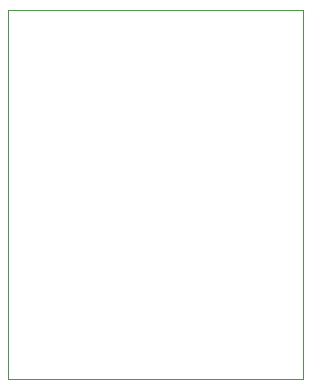
<source format=gm1>
%TF.GenerationSoftware,KiCad,Pcbnew,8.0.1*%
%TF.CreationDate,2024-04-01T15:48:33-05:00*%
%TF.ProjectId,adapter_board,61646170-7465-4725-9f62-6f6172642e6b,rev?*%
%TF.SameCoordinates,Original*%
%TF.FileFunction,Profile,NP*%
%FSLAX46Y46*%
G04 Gerber Fmt 4.6, Leading zero omitted, Abs format (unit mm)*
G04 Created by KiCad (PCBNEW 8.0.1) date 2024-04-01 15:48:33*
%MOMM*%
%LPD*%
G01*
G04 APERTURE LIST*
%TA.AperFunction,Profile*%
%ADD10C,0.100000*%
%TD*%
G04 APERTURE END LIST*
D10*
X151900000Y-55890000D02*
X176890000Y-55890000D01*
X176890000Y-87170000D01*
X151900000Y-87170000D01*
X151900000Y-55890000D01*
M02*

</source>
